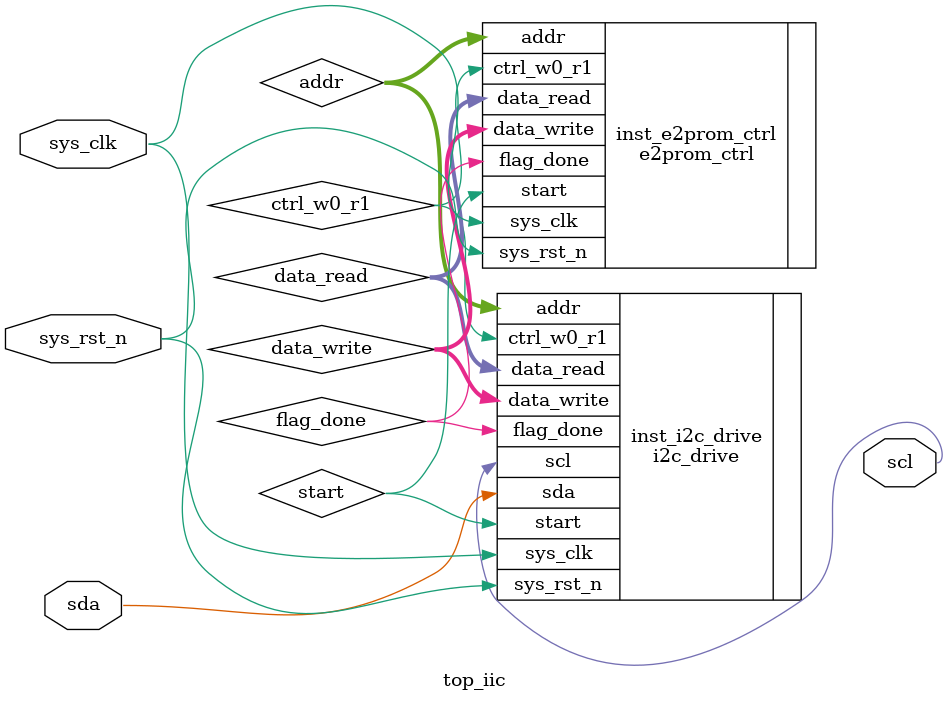
<source format=v>
module top_iic(
    input sys_clk,
    input sys_rst_n,

    output scl,
    inout  sda
    );

    parameter  SLAVE_ADDRESS    =  7'b1010_000    ; // the address of slave
    parameter  SYSTEM_CLK       =  26'd50_000_000 ; // system clock
    parameter  IIC_CLK          =  26'd250_000    ; // IIC clock
    parameter  DIV_FREQ_FACTOR  =  SYSTEM_CLK/IIC_CLK/2; // the factor of dividing system clock
    parameter  ADDR_WIDTH       =  1'b1; //1: 16bit address ; 0:8 bit address

    wire        start;
    wire        ctrl_w0_r1;
    wire [15:0] addr;
    wire [7:0]  data_write;
    wire        flag_done;
    wire [7:0]  data_read;

    e2prom_ctrl inst_e2prom_ctrl
    (
        .sys_clk    (sys_clk),
        .sys_rst_n  (sys_rst_n),
        .flag_done  (flag_done),
        .data_read  (data_read),

        .start      (start),
        .ctrl_w0_r1 (ctrl_w0_r1),
        .addr       (addr),
        .data_write (data_write)
    );

    i2c_drive #(
        .SLAVE_ADDRESS  (SLAVE_ADDRESS),
        .SYSTEM_CLK     (SYSTEM_CLK),
        .IIC_CLK        (IIC_CLK),
        .DIV_FREQ_FACTOR(DIV_FREQ_FACTOR),
        .ADDR_WIDTH     (ADDR_WIDTH)
    ) inst_i2c_drive (
        .sys_clk    (sys_clk),
        .sys_rst_n  (sys_rst_n),
        .start      (start),
        .ctrl_w0_r1 (ctrl_w0_r1),
        .addr       (addr),
        .data_write (data_write),
        
        .scl        (scl),
        .sda        (sda),
        .flag_done  (flag_done),
        .data_read  (data_read)
    );


    
endmodule
</source>
